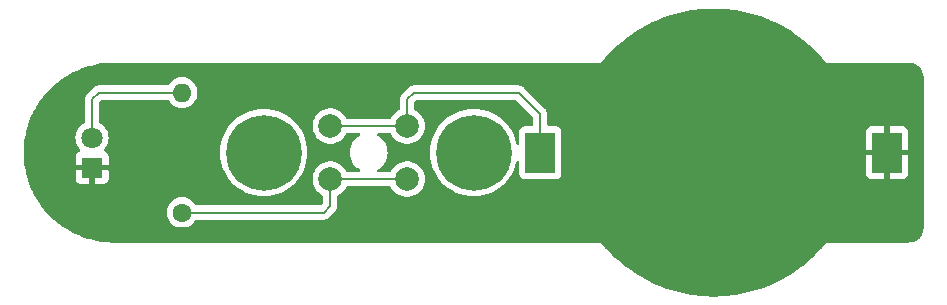
<source format=gbr>
%TF.GenerationSoftware,KiCad,Pcbnew,(7.0.0)*%
%TF.CreationDate,2023-02-26T22:34:47+01:00*%
%TF.ProjectId,Prj_1_LED_torch,50726a5f-315f-44c4-9544-5f746f726368,0.1*%
%TF.SameCoordinates,Original*%
%TF.FileFunction,Copper,L1,Top*%
%TF.FilePolarity,Positive*%
%FSLAX46Y46*%
G04 Gerber Fmt 4.6, Leading zero omitted, Abs format (unit mm)*
G04 Created by KiCad (PCBNEW (7.0.0)) date 2023-02-26 22:34:47*
%MOMM*%
%LPD*%
G01*
G04 APERTURE LIST*
%TA.AperFunction,ComponentPad*%
%ADD10C,6.400000*%
%TD*%
%TA.AperFunction,ComponentPad*%
%ADD11C,2.000000*%
%TD*%
%TA.AperFunction,SMDPad,CuDef*%
%ADD12R,2.540000X3.510000*%
%TD*%
%TA.AperFunction,ComponentPad*%
%ADD13R,1.800000X1.800000*%
%TD*%
%TA.AperFunction,ComponentPad*%
%ADD14C,1.800000*%
%TD*%
%TA.AperFunction,ComponentPad*%
%ADD15C,1.600000*%
%TD*%
%TA.AperFunction,ComponentPad*%
%ADD16O,1.600000X1.600000*%
%TD*%
%TA.AperFunction,Conductor*%
%ADD17C,0.200000*%
%TD*%
G04 APERTURE END LIST*
D10*
%TO.P,MH_1,1*%
%TO.N,N/C*%
X123190000Y-146050000D03*
%TD*%
%TO.P,MH_2,1*%
%TO.N,N/C*%
X140970000Y-146050000D03*
%TD*%
D11*
%TO.P,SW1,1,A*%
%TO.N,/bat_pos*%
X128830000Y-143800000D03*
X135330000Y-143800000D03*
%TO.P,SW1,2,B*%
%TO.N,Net-(SW1A-B)*%
X128830000Y-148300000D03*
X135330000Y-148300000D03*
%TD*%
D12*
%TO.P,BT1,1,+*%
%TO.N,/bat_pos*%
X146609999Y-146049999D03*
%TO.P,BT1,2,-*%
%TO.N,/LED_Cathode*%
X175969999Y-146049999D03*
%TD*%
D13*
%TO.P,D1,1,K*%
%TO.N,/LED_Cathode*%
X108659999Y-147319999D03*
D14*
%TO.P,D1,2,A*%
%TO.N,/LED_Anode*%
X108660000Y-144780000D03*
%TD*%
D15*
%TO.P,R1,1*%
%TO.N,Net-(SW1A-B)*%
X116280000Y-151130000D03*
D16*
%TO.P,R1,2*%
%TO.N,/LED_Anode*%
X116279999Y-140969999D03*
%TD*%
D17*
%TO.N,/LED_Anode*%
X113665000Y-140970000D02*
X116280000Y-140970000D01*
X109220000Y-140970000D02*
X113665000Y-140970000D01*
%TO.N,/LED_Cathode*%
X113030000Y-152400000D02*
X110490000Y-152400000D01*
X175260000Y-152400000D02*
X113030000Y-152400000D01*
%TO.N,/bat_pos*%
X135330000Y-143800000D02*
X135330000Y-141530000D01*
X135890000Y-140970000D02*
X144780000Y-140970000D01*
X146610000Y-142800000D02*
X146610000Y-146050000D01*
X144780000Y-140970000D02*
X146610000Y-142800000D01*
X135330000Y-141530000D02*
X135890000Y-140970000D01*
X128830000Y-143800000D02*
X135330000Y-143800000D01*
%TO.N,/LED_Cathode*%
X175970000Y-151690000D02*
X175260000Y-152400000D01*
X108660000Y-150570000D02*
X108660000Y-147320000D01*
X110490000Y-152400000D02*
X108660000Y-150570000D01*
X175970000Y-146050000D02*
X175970000Y-151690000D01*
%TO.N,/LED_Anode*%
X108660000Y-144780000D02*
X108660000Y-141530000D01*
X108660000Y-141530000D02*
X109220000Y-140970000D01*
%TO.N,Net-(SW1A-B)*%
X116280000Y-151130000D02*
X128270000Y-151130000D01*
X128830000Y-148300000D02*
X135330000Y-148300000D01*
X128270000Y-151130000D02*
X128830000Y-150570000D01*
X128830000Y-150570000D02*
X128830000Y-148300000D01*
%TD*%
%TA.AperFunction,Conductor*%
%TO.N,/LED_Cathode*%
G36*
X161455766Y-133857192D02*
G01*
X161817561Y-133867326D01*
X161821048Y-133867475D01*
X162145210Y-133886236D01*
X162148344Y-133886459D01*
X162509141Y-133916839D01*
X162512893Y-133917215D01*
X162835234Y-133954651D01*
X162838084Y-133955017D01*
X163196819Y-134005574D01*
X163200832Y-134006208D01*
X163520152Y-134062150D01*
X163522825Y-134062650D01*
X163878409Y-134133256D01*
X163882645Y-134134174D01*
X164197682Y-134208351D01*
X164200141Y-134208957D01*
X164551688Y-134299476D01*
X164556044Y-134300684D01*
X164865862Y-134392817D01*
X164867874Y-134393437D01*
X165214487Y-134503710D01*
X165218956Y-134505228D01*
X165522131Y-134614818D01*
X165524015Y-134615517D01*
X165605076Y-134646402D01*
X165864567Y-134745269D01*
X165869239Y-134747158D01*
X166164565Y-134873648D01*
X166166185Y-134874357D01*
X166499973Y-135023428D01*
X166504693Y-135025657D01*
X166790893Y-135168340D01*
X166792388Y-135169098D01*
X167118528Y-135337248D01*
X167123338Y-135339864D01*
X167399115Y-135497870D01*
X167400372Y-135498600D01*
X167718310Y-135685754D01*
X167723121Y-135688737D01*
X167987027Y-135860925D01*
X167988012Y-135861574D01*
X168297292Y-136067776D01*
X168302114Y-136071161D01*
X168551072Y-136254943D01*
X168552434Y-136255948D01*
X168553242Y-136256550D01*
X168853669Y-136482123D01*
X168858466Y-136485915D01*
X169092741Y-136680740D01*
X169093291Y-136681201D01*
X169385589Y-136927420D01*
X169390352Y-136931647D01*
X169604450Y-137131714D01*
X169604858Y-137132097D01*
X169891379Y-137402273D01*
X169896064Y-137406933D01*
X170079074Y-137598923D01*
X170079259Y-137599211D01*
X170079306Y-137599167D01*
X170369374Y-137905124D01*
X170373935Y-137910210D01*
X170456673Y-138007716D01*
X170808968Y-138423654D01*
X170814567Y-138430264D01*
X170814616Y-138430383D01*
X170814689Y-138430413D01*
X170814921Y-138430703D01*
X170815175Y-138430500D01*
X177795126Y-138430500D01*
X177804853Y-138430882D01*
X177807530Y-138431092D01*
X177856632Y-138434957D01*
X177857244Y-138435008D01*
X177997579Y-138447285D01*
X178015698Y-138450236D01*
X178094494Y-138469153D01*
X178097476Y-138469910D01*
X178202793Y-138498130D01*
X178218150Y-138503343D01*
X178246451Y-138515065D01*
X178298496Y-138536622D01*
X178303376Y-138538770D01*
X178396788Y-138582329D01*
X178409135Y-138588963D01*
X178485163Y-138635553D01*
X178491477Y-138639694D01*
X178574166Y-138697594D01*
X178583551Y-138704860D01*
X178651975Y-138763299D01*
X178659124Y-138769908D01*
X178730090Y-138840874D01*
X178736699Y-138848023D01*
X178795135Y-138916442D01*
X178802410Y-138925839D01*
X178835869Y-138973624D01*
X178860299Y-139008513D01*
X178864451Y-139014845D01*
X178911028Y-139090852D01*
X178917676Y-139103224D01*
X178932221Y-139134414D01*
X178961208Y-139196577D01*
X178963388Y-139201531D01*
X178996655Y-139281848D01*
X179001868Y-139297205D01*
X179030067Y-139402442D01*
X179030866Y-139405589D01*
X179049760Y-139484290D01*
X179052714Y-139502430D01*
X179064967Y-139642487D01*
X179065057Y-139643562D01*
X179069118Y-139695145D01*
X179069500Y-139704877D01*
X179069500Y-152395123D01*
X179069117Y-152404855D01*
X179065056Y-152456436D01*
X179064967Y-152457511D01*
X179052714Y-152597568D01*
X179049760Y-152615708D01*
X179030866Y-152694409D01*
X179030067Y-152697556D01*
X179001868Y-152802793D01*
X178996655Y-152818150D01*
X178963388Y-152898467D01*
X178961208Y-152903421D01*
X178917680Y-152996767D01*
X178911025Y-153009153D01*
X178864451Y-153085153D01*
X178860299Y-153091485D01*
X178802414Y-153174154D01*
X178795129Y-153183563D01*
X178736699Y-153251975D01*
X178730090Y-153259124D01*
X178659124Y-153330090D01*
X178651975Y-153336699D01*
X178583563Y-153395129D01*
X178574154Y-153402414D01*
X178491485Y-153460299D01*
X178485153Y-153464451D01*
X178409153Y-153511025D01*
X178396767Y-153517680D01*
X178303421Y-153561208D01*
X178298467Y-153563388D01*
X178218150Y-153596655D01*
X178202793Y-153601868D01*
X178097556Y-153630067D01*
X178094409Y-153630866D01*
X178015708Y-153649760D01*
X177997568Y-153652714D01*
X177857511Y-153664967D01*
X177856436Y-153665056D01*
X177804855Y-153669117D01*
X177795123Y-153669500D01*
X170815175Y-153669500D01*
X170814921Y-153669297D01*
X170814689Y-153669586D01*
X170814616Y-153669617D01*
X170814567Y-153669735D01*
X170809156Y-153676123D01*
X170809155Y-153676124D01*
X170456586Y-154092387D01*
X170456513Y-154092473D01*
X170373927Y-154189798D01*
X170369366Y-154194882D01*
X170079306Y-154500831D01*
X170079074Y-154501075D01*
X169896064Y-154693065D01*
X169891379Y-154697725D01*
X169604858Y-154967901D01*
X169604450Y-154968284D01*
X169390352Y-155168351D01*
X169385577Y-155172588D01*
X169093342Y-155418755D01*
X169092741Y-155419258D01*
X168858484Y-155614069D01*
X168853651Y-155617889D01*
X168553242Y-155843448D01*
X168552434Y-155844050D01*
X168302132Y-156028825D01*
X168297273Y-156032235D01*
X167988055Y-156238395D01*
X167987027Y-156239073D01*
X167723142Y-156411247D01*
X167718287Y-156414258D01*
X167400374Y-156601397D01*
X167399115Y-156602128D01*
X167123338Y-156760134D01*
X167118517Y-156762756D01*
X166792391Y-156930898D01*
X166790893Y-156931658D01*
X166504713Y-157074331D01*
X166499953Y-157076579D01*
X166166248Y-157225613D01*
X166164504Y-157226376D01*
X165869239Y-157352840D01*
X165864567Y-157354729D01*
X165524038Y-157484472D01*
X165522042Y-157485213D01*
X165219000Y-157594755D01*
X165214440Y-157596304D01*
X164867994Y-157706524D01*
X164865746Y-157707216D01*
X164556078Y-157799304D01*
X164551653Y-157800531D01*
X164200162Y-157891036D01*
X164197661Y-157891652D01*
X163882678Y-157965816D01*
X163878409Y-157966742D01*
X163522825Y-158037348D01*
X163520072Y-158037863D01*
X163200867Y-158093784D01*
X163196774Y-158094431D01*
X162838158Y-158144971D01*
X162835159Y-158145356D01*
X162512966Y-158182775D01*
X162509065Y-158183166D01*
X162148396Y-158213535D01*
X162145157Y-158213765D01*
X161821149Y-158232518D01*
X161817456Y-158232676D01*
X161455767Y-158242807D01*
X161452295Y-158242856D01*
X161127705Y-158242856D01*
X161124233Y-158242807D01*
X160762542Y-158232676D01*
X160758849Y-158232518D01*
X160434841Y-158213765D01*
X160431602Y-158213535D01*
X160070933Y-158183166D01*
X160067032Y-158182775D01*
X159744839Y-158145356D01*
X159741840Y-158144971D01*
X159383224Y-158094431D01*
X159379131Y-158093784D01*
X159059926Y-158037863D01*
X159057173Y-158037348D01*
X158701589Y-157966742D01*
X158697320Y-157965816D01*
X158382337Y-157891652D01*
X158379836Y-157891036D01*
X158028345Y-157800531D01*
X158023920Y-157799304D01*
X157714252Y-157707216D01*
X157712004Y-157706524D01*
X157365558Y-157596304D01*
X157360998Y-157594755D01*
X157057956Y-157485213D01*
X157055960Y-157484472D01*
X156715431Y-157354729D01*
X156710759Y-157352840D01*
X156415494Y-157226376D01*
X156413750Y-157225613D01*
X156080045Y-157076579D01*
X156075285Y-157074331D01*
X155789105Y-156931658D01*
X155787607Y-156930898D01*
X155461481Y-156762756D01*
X155456660Y-156760134D01*
X155180883Y-156602128D01*
X155179624Y-156601397D01*
X154861711Y-156414258D01*
X154856856Y-156411247D01*
X154592971Y-156239073D01*
X154591943Y-156238395D01*
X154282725Y-156032235D01*
X154277866Y-156028825D01*
X154027564Y-155844050D01*
X154026756Y-155843448D01*
X153726347Y-155617889D01*
X153721514Y-155614069D01*
X153487257Y-155419258D01*
X153486656Y-155418755D01*
X153194421Y-155172588D01*
X153189646Y-155168351D01*
X152975548Y-154968284D01*
X152975140Y-154967901D01*
X152688619Y-154697725D01*
X152683934Y-154693065D01*
X152500925Y-154501075D01*
X152500693Y-154500832D01*
X152210632Y-154194883D01*
X152206071Y-154189797D01*
X152123383Y-154092350D01*
X152123310Y-154092265D01*
X151770980Y-153676285D01*
X151770979Y-153676284D01*
X151765432Y-153669735D01*
X151765384Y-153669617D01*
X151765310Y-153669586D01*
X151765079Y-153669297D01*
X151764825Y-153669500D01*
X110492214Y-153669500D01*
X110487788Y-153669421D01*
X109950863Y-153650244D01*
X109942034Y-153649613D01*
X109558269Y-153608354D01*
X109557961Y-153608320D01*
X109404415Y-153591424D01*
X109395962Y-153590198D01*
X109058377Y-153529292D01*
X109057870Y-153529199D01*
X108863032Y-153493210D01*
X108854889Y-153491421D01*
X108540609Y-153411207D01*
X108539911Y-153411027D01*
X108330176Y-153356194D01*
X108322381Y-153353880D01*
X108024344Y-153254684D01*
X108023466Y-153254389D01*
X107808623Y-153181095D01*
X107801207Y-153178297D01*
X107516927Y-153060544D01*
X107515883Y-153060106D01*
X107301075Y-152968823D01*
X107294067Y-152965584D01*
X107022960Y-152829877D01*
X107021767Y-152829271D01*
X106810163Y-152720478D01*
X106803588Y-152716842D01*
X106545641Y-152563795D01*
X106544380Y-152563037D01*
X106338479Y-152437377D01*
X106332374Y-152433399D01*
X106218664Y-152354449D01*
X106087959Y-152263699D01*
X106086559Y-152262712D01*
X105905467Y-152133152D01*
X105888496Y-152121010D01*
X105882848Y-152116719D01*
X105652647Y-151931211D01*
X105651133Y-151929972D01*
X105462509Y-151772997D01*
X105457333Y-151768440D01*
X105242058Y-151568012D01*
X105240489Y-151566525D01*
X105191644Y-151519433D01*
X105062738Y-151395151D01*
X105058067Y-151390398D01*
X104858492Y-151176037D01*
X104856896Y-151174290D01*
X104817212Y-151130000D01*
X114974532Y-151130000D01*
X114975004Y-151135395D01*
X114984685Y-151246056D01*
X114994365Y-151356692D01*
X114995762Y-151361907D01*
X114995764Y-151361916D01*
X115051858Y-151571263D01*
X115051861Y-151571271D01*
X115053261Y-151576496D01*
X115149432Y-151782734D01*
X115279953Y-151969139D01*
X115440861Y-152130047D01*
X115627266Y-152260568D01*
X115833504Y-152356739D01*
X116053308Y-152415635D01*
X116280000Y-152435468D01*
X116506692Y-152415635D01*
X116726496Y-152356739D01*
X116932734Y-152260568D01*
X117119139Y-152130047D01*
X117280047Y-151969139D01*
X117410117Y-151783377D01*
X117454436Y-151744511D01*
X117511693Y-151730500D01*
X128222513Y-151730500D01*
X128238698Y-151731561D01*
X128270000Y-151735682D01*
X128426762Y-151715044D01*
X128572841Y-151654536D01*
X128572840Y-151654536D01*
X128698282Y-151558282D01*
X128717510Y-151533222D01*
X128728189Y-151521044D01*
X129221044Y-151028189D01*
X129233222Y-151017510D01*
X129258282Y-150998282D01*
X129354536Y-150872841D01*
X129415044Y-150726762D01*
X129430500Y-150609361D01*
X129435682Y-150570000D01*
X129431561Y-150538698D01*
X129430500Y-150522513D01*
X129430500Y-149755048D01*
X129447977Y-149691574D01*
X129495482Y-149645993D01*
X129653509Y-149560474D01*
X129849744Y-149407738D01*
X130018164Y-149224785D01*
X130154173Y-149016607D01*
X130172558Y-148974691D01*
X130199650Y-148935620D01*
X130239452Y-148909615D01*
X130286115Y-148900500D01*
X133873885Y-148900500D01*
X133920548Y-148909615D01*
X133960350Y-148935620D01*
X133987441Y-148974691D01*
X134003764Y-149011906D01*
X134003769Y-149011915D01*
X134005827Y-149016607D01*
X134008627Y-149020893D01*
X134008631Y-149020900D01*
X134135610Y-149215255D01*
X134141836Y-149224785D01*
X134145310Y-149228559D01*
X134145311Y-149228560D01*
X134306784Y-149403967D01*
X134306787Y-149403970D01*
X134310256Y-149407738D01*
X134506491Y-149560474D01*
X134725190Y-149678828D01*
X134960386Y-149759571D01*
X135205665Y-149800500D01*
X135449201Y-149800500D01*
X135454335Y-149800500D01*
X135699614Y-149759571D01*
X135934810Y-149678828D01*
X136153509Y-149560474D01*
X136349744Y-149407738D01*
X136518164Y-149224785D01*
X136654173Y-149016607D01*
X136754063Y-148788881D01*
X136815108Y-148547821D01*
X136835643Y-148300000D01*
X136815108Y-148052179D01*
X136754063Y-147811119D01*
X136654173Y-147583393D01*
X136649913Y-147576873D01*
X136520971Y-147379512D01*
X136518164Y-147375215D01*
X136496224Y-147351382D01*
X136353215Y-147196032D01*
X136353211Y-147196029D01*
X136349744Y-147192262D01*
X136188228Y-147066549D01*
X136157559Y-147042678D01*
X136157557Y-147042676D01*
X136153509Y-147039526D01*
X136075599Y-146997363D01*
X135939316Y-146923610D01*
X135939310Y-146923607D01*
X135934810Y-146921172D01*
X135929969Y-146919510D01*
X135929962Y-146919507D01*
X135704465Y-146842094D01*
X135704461Y-146842093D01*
X135699614Y-146840429D01*
X135690768Y-146838952D01*
X135459398Y-146800344D01*
X135459387Y-146800343D01*
X135454335Y-146799500D01*
X135205665Y-146799500D01*
X135200613Y-146800343D01*
X135200601Y-146800344D01*
X134965443Y-146839585D01*
X134965441Y-146839585D01*
X134960386Y-146840429D01*
X134955541Y-146842092D01*
X134955534Y-146842094D01*
X134730037Y-146919507D01*
X134730026Y-146919511D01*
X134725190Y-146921172D01*
X134720693Y-146923605D01*
X134720683Y-146923610D01*
X134511002Y-147037084D01*
X134510995Y-147037088D01*
X134506491Y-147039526D01*
X134502448Y-147042672D01*
X134502440Y-147042678D01*
X134324053Y-147181523D01*
X134310256Y-147192262D01*
X134306793Y-147196023D01*
X134306784Y-147196032D01*
X134145311Y-147371439D01*
X134145305Y-147371446D01*
X134141836Y-147375215D01*
X134139031Y-147379506D01*
X134139028Y-147379512D01*
X134008631Y-147579099D01*
X134008624Y-147579111D01*
X134005827Y-147583393D01*
X134003771Y-147588079D01*
X134003764Y-147588093D01*
X133987441Y-147625309D01*
X133960350Y-147664380D01*
X133920548Y-147690385D01*
X133873885Y-147699500D01*
X132891098Y-147699500D01*
X132829661Y-147683210D01*
X132784366Y-147638621D01*
X132767113Y-147577448D01*
X132782436Y-147515763D01*
X132826308Y-147469773D01*
X132933792Y-147403907D01*
X133023659Y-147348836D01*
X133215224Y-147185224D01*
X133378836Y-146993659D01*
X133510466Y-146778859D01*
X133606873Y-146546111D01*
X133665683Y-146301148D01*
X133685449Y-146050000D01*
X133665683Y-145798852D01*
X133606873Y-145553889D01*
X133510466Y-145321141D01*
X133378836Y-145106341D01*
X133359572Y-145083786D01*
X133218384Y-144918476D01*
X133215224Y-144914776D01*
X133057422Y-144780000D01*
X133027363Y-144754327D01*
X133027358Y-144754324D01*
X133023659Y-144751164D01*
X133019511Y-144748622D01*
X133019504Y-144748617D01*
X132826308Y-144630227D01*
X132782436Y-144584237D01*
X132767113Y-144522552D01*
X132784366Y-144461379D01*
X132829661Y-144416790D01*
X132891098Y-144400500D01*
X133873885Y-144400500D01*
X133920548Y-144409615D01*
X133960350Y-144435620D01*
X133987441Y-144474691D01*
X134003764Y-144511906D01*
X134003769Y-144511915D01*
X134005827Y-144516607D01*
X134008627Y-144520893D01*
X134008631Y-144520900D01*
X134080058Y-144630227D01*
X134141836Y-144724785D01*
X134145310Y-144728559D01*
X134145311Y-144728560D01*
X134306784Y-144903967D01*
X134306787Y-144903970D01*
X134310256Y-144907738D01*
X134506491Y-145060474D01*
X134725190Y-145178828D01*
X134960386Y-145259571D01*
X135205665Y-145300500D01*
X135449201Y-145300500D01*
X135454335Y-145300500D01*
X135699614Y-145259571D01*
X135934810Y-145178828D01*
X136153509Y-145060474D01*
X136349744Y-144907738D01*
X136518164Y-144724785D01*
X136654173Y-144516607D01*
X136754063Y-144288881D01*
X136815108Y-144047821D01*
X136835643Y-143800000D01*
X136815108Y-143552179D01*
X136754063Y-143311119D01*
X136654173Y-143083393D01*
X136632586Y-143050352D01*
X136520971Y-142879512D01*
X136518164Y-142875215D01*
X136349744Y-142692262D01*
X136153509Y-142539526D01*
X136126569Y-142524947D01*
X136039634Y-142477900D01*
X135995482Y-142454006D01*
X135947977Y-142408426D01*
X135930500Y-142344952D01*
X135930500Y-141830097D01*
X135939939Y-141782644D01*
X135966819Y-141742416D01*
X136102416Y-141606819D01*
X136142644Y-141579939D01*
X136190097Y-141570500D01*
X144479903Y-141570500D01*
X144527356Y-141579939D01*
X144567584Y-141606819D01*
X145973181Y-143012416D01*
X146000061Y-143052644D01*
X146009500Y-143100097D01*
X146009500Y-143670501D01*
X145992887Y-143732501D01*
X145947500Y-143777888D01*
X145885500Y-143794501D01*
X145292128Y-143794501D01*
X145288850Y-143794853D01*
X145288838Y-143794854D01*
X145240231Y-143800079D01*
X145240225Y-143800080D01*
X145232517Y-143800909D01*
X145225252Y-143803618D01*
X145225246Y-143803620D01*
X145105980Y-143848104D01*
X145105978Y-143848104D01*
X145097669Y-143851204D01*
X145090572Y-143856516D01*
X145090568Y-143856519D01*
X144989550Y-143932141D01*
X144989546Y-143932144D01*
X144982454Y-143937454D01*
X144977144Y-143944546D01*
X144977141Y-143944550D01*
X144901519Y-144045568D01*
X144901516Y-144045572D01*
X144896204Y-144052669D01*
X144893104Y-144060978D01*
X144893104Y-144060980D01*
X144848620Y-144180247D01*
X144848619Y-144180250D01*
X144845909Y-144187517D01*
X144845079Y-144195227D01*
X144845079Y-144195232D01*
X144839855Y-144243819D01*
X144839854Y-144243831D01*
X144839500Y-144247127D01*
X144839500Y-144250448D01*
X144839500Y-144250449D01*
X144839500Y-145252759D01*
X144824985Y-145310975D01*
X144784838Y-145355561D01*
X144728457Y-145376080D01*
X144669044Y-145367728D01*
X144620506Y-145332459D01*
X144594699Y-145279540D01*
X144594602Y-145279567D01*
X144494214Y-144904913D01*
X144355214Y-144542806D01*
X144179125Y-144197211D01*
X143967876Y-143871916D01*
X143723781Y-143570484D01*
X143449516Y-143296219D01*
X143148084Y-143052124D01*
X142822789Y-142840875D01*
X142819901Y-142839403D01*
X142819895Y-142839400D01*
X142480086Y-142666259D01*
X142480077Y-142666255D01*
X142477194Y-142664786D01*
X142404179Y-142636758D01*
X142118110Y-142526946D01*
X142118102Y-142526943D01*
X142115087Y-142525786D01*
X142111962Y-142524948D01*
X142111957Y-142524947D01*
X141743566Y-142426237D01*
X141743557Y-142426235D01*
X141740433Y-142425398D01*
X141737237Y-142424891D01*
X141737224Y-142424889D01*
X141360543Y-142365229D01*
X141360531Y-142365227D01*
X141357338Y-142364722D01*
X141354103Y-142364552D01*
X141354099Y-142364552D01*
X140973244Y-142344592D01*
X140970000Y-142344422D01*
X140966756Y-142344592D01*
X140585900Y-142364552D01*
X140585894Y-142364552D01*
X140582662Y-142364722D01*
X140579470Y-142365227D01*
X140579456Y-142365229D01*
X140202775Y-142424889D01*
X140202758Y-142424892D01*
X140199567Y-142425398D01*
X140196446Y-142426234D01*
X140196433Y-142426237D01*
X139828042Y-142524947D01*
X139828031Y-142524950D01*
X139824913Y-142525786D01*
X139821902Y-142526941D01*
X139821889Y-142526946D01*
X139465837Y-142663622D01*
X139465828Y-142663625D01*
X139462806Y-142664786D01*
X139459929Y-142666251D01*
X139459913Y-142666259D01*
X139120104Y-142839400D01*
X139120090Y-142839408D01*
X139117211Y-142840875D01*
X139114491Y-142842641D01*
X139114483Y-142842646D01*
X138794644Y-143050352D01*
X138794638Y-143050355D01*
X138791916Y-143052124D01*
X138789396Y-143054164D01*
X138789390Y-143054169D01*
X138493002Y-143294179D01*
X138492991Y-143294188D01*
X138490484Y-143296219D01*
X138488199Y-143298503D01*
X138488189Y-143298513D01*
X138218513Y-143568189D01*
X138218503Y-143568199D01*
X138216219Y-143570484D01*
X138214188Y-143572991D01*
X138214179Y-143573002D01*
X137974169Y-143869390D01*
X137974164Y-143869396D01*
X137972124Y-143871916D01*
X137970355Y-143874638D01*
X137970352Y-143874644D01*
X137762646Y-144194483D01*
X137762641Y-144194491D01*
X137760875Y-144197211D01*
X137759408Y-144200090D01*
X137759400Y-144200104D01*
X137586259Y-144539913D01*
X137586251Y-144539929D01*
X137584786Y-144542806D01*
X137583625Y-144545828D01*
X137583622Y-144545837D01*
X137446946Y-144901889D01*
X137446941Y-144901902D01*
X137445786Y-144904913D01*
X137444950Y-144908031D01*
X137444947Y-144908042D01*
X137346237Y-145276433D01*
X137346234Y-145276446D01*
X137345398Y-145279567D01*
X137344892Y-145282758D01*
X137344889Y-145282775D01*
X137285229Y-145659456D01*
X137285227Y-145659470D01*
X137284722Y-145662662D01*
X137284552Y-145665894D01*
X137284552Y-145665900D01*
X137269837Y-145946673D01*
X137264422Y-146050000D01*
X137264592Y-146053244D01*
X137277535Y-146300217D01*
X137284722Y-146437338D01*
X137285227Y-146440531D01*
X137285229Y-146440543D01*
X137344889Y-146817224D01*
X137344891Y-146817237D01*
X137345398Y-146820433D01*
X137346235Y-146823557D01*
X137346237Y-146823566D01*
X137444947Y-147191957D01*
X137445786Y-147195087D01*
X137446943Y-147198102D01*
X137446946Y-147198110D01*
X137551228Y-147469773D01*
X137584786Y-147557194D01*
X137586255Y-147560077D01*
X137586259Y-147560086D01*
X137759400Y-147899895D01*
X137760875Y-147902789D01*
X137972124Y-148228084D01*
X138216219Y-148529516D01*
X138490484Y-148803781D01*
X138791916Y-149047876D01*
X139117211Y-149259125D01*
X139462806Y-149435214D01*
X139824913Y-149574214D01*
X140199567Y-149674602D01*
X140582662Y-149735278D01*
X140970000Y-149755578D01*
X141357338Y-149735278D01*
X141740433Y-149674602D01*
X142115087Y-149574214D01*
X142477194Y-149435214D01*
X142822789Y-149259125D01*
X143148084Y-149047876D01*
X143449516Y-148803781D01*
X143723781Y-148529516D01*
X143967876Y-148228084D01*
X144179125Y-147902789D01*
X144355214Y-147557194D01*
X144494214Y-147195087D01*
X144594602Y-146820433D01*
X144594701Y-146820459D01*
X144620498Y-146767547D01*
X144669035Y-146732273D01*
X144728450Y-146723916D01*
X144784834Y-146744433D01*
X144824984Y-146789020D01*
X144839500Y-146847238D01*
X144839500Y-147849560D01*
X144839500Y-147849578D01*
X144839501Y-147852872D01*
X144839853Y-147856150D01*
X144839854Y-147856161D01*
X144845079Y-147904768D01*
X144845080Y-147904773D01*
X144845909Y-147912483D01*
X144848619Y-147919749D01*
X144848620Y-147919753D01*
X144854606Y-147935801D01*
X144896204Y-148047331D01*
X144901518Y-148054430D01*
X144901519Y-148054431D01*
X144930419Y-148093037D01*
X144982454Y-148162546D01*
X145097669Y-148248796D01*
X145232517Y-148299091D01*
X145292127Y-148305500D01*
X147927872Y-148305499D01*
X147987483Y-148299091D01*
X148122331Y-148248796D01*
X148237546Y-148162546D01*
X148323796Y-148047331D01*
X148374091Y-147912483D01*
X148380500Y-147852873D01*
X148380500Y-147849518D01*
X174200000Y-147849518D01*
X174200353Y-147856114D01*
X174205573Y-147904667D01*
X174209111Y-147919641D01*
X174253547Y-148038777D01*
X174261962Y-148054189D01*
X174337498Y-148155092D01*
X174349907Y-148167501D01*
X174450810Y-148243037D01*
X174466222Y-148251452D01*
X174585358Y-148295888D01*
X174600332Y-148299426D01*
X174648885Y-148304646D01*
X174655482Y-148305000D01*
X175703674Y-148305000D01*
X175716549Y-148301549D01*
X175720000Y-148288674D01*
X176220000Y-148288674D01*
X176223450Y-148301549D01*
X176236326Y-148305000D01*
X177284518Y-148305000D01*
X177291114Y-148304646D01*
X177339667Y-148299426D01*
X177354641Y-148295888D01*
X177473777Y-148251452D01*
X177489189Y-148243037D01*
X177590092Y-148167501D01*
X177602501Y-148155092D01*
X177678037Y-148054189D01*
X177686452Y-148038777D01*
X177730888Y-147919641D01*
X177734426Y-147904667D01*
X177739646Y-147856114D01*
X177740000Y-147849518D01*
X177740000Y-146316326D01*
X177736549Y-146303450D01*
X177723674Y-146300000D01*
X176236326Y-146300000D01*
X176223450Y-146303450D01*
X176220000Y-146316326D01*
X176220000Y-148288674D01*
X175720000Y-148288674D01*
X175720000Y-146316326D01*
X175716549Y-146303450D01*
X175703674Y-146300000D01*
X174216326Y-146300000D01*
X174203450Y-146303450D01*
X174200000Y-146316326D01*
X174200000Y-147849518D01*
X148380500Y-147849518D01*
X148380499Y-145783674D01*
X174200000Y-145783674D01*
X174203450Y-145796549D01*
X174216326Y-145800000D01*
X175703674Y-145800000D01*
X175716549Y-145796549D01*
X175720000Y-145783674D01*
X176220000Y-145783674D01*
X176223450Y-145796549D01*
X176236326Y-145800000D01*
X177723674Y-145800000D01*
X177736549Y-145796549D01*
X177740000Y-145783674D01*
X177740000Y-144250482D01*
X177739646Y-144243885D01*
X177734426Y-144195332D01*
X177730888Y-144180358D01*
X177686452Y-144061222D01*
X177678037Y-144045810D01*
X177602501Y-143944907D01*
X177590092Y-143932498D01*
X177489189Y-143856962D01*
X177473777Y-143848547D01*
X177354641Y-143804111D01*
X177339667Y-143800573D01*
X177291114Y-143795353D01*
X177284518Y-143795000D01*
X176236326Y-143795000D01*
X176223450Y-143798450D01*
X176220000Y-143811326D01*
X176220000Y-145783674D01*
X175720000Y-145783674D01*
X175720000Y-143811326D01*
X175716549Y-143798450D01*
X175703674Y-143795000D01*
X174655482Y-143795000D01*
X174648885Y-143795353D01*
X174600332Y-143800573D01*
X174585358Y-143804111D01*
X174466222Y-143848547D01*
X174450810Y-143856962D01*
X174349907Y-143932498D01*
X174337498Y-143944907D01*
X174261962Y-144045810D01*
X174253547Y-144061222D01*
X174209111Y-144180358D01*
X174205573Y-144195332D01*
X174200353Y-144243885D01*
X174200000Y-144250482D01*
X174200000Y-145783674D01*
X148380499Y-145783674D01*
X148380499Y-144247128D01*
X148374091Y-144187517D01*
X148323796Y-144052669D01*
X148237546Y-143937454D01*
X148215745Y-143921134D01*
X148129431Y-143856519D01*
X148129430Y-143856518D01*
X148122331Y-143851204D01*
X148051965Y-143824959D01*
X147994752Y-143803620D01*
X147994750Y-143803619D01*
X147987483Y-143800909D01*
X147979770Y-143800079D01*
X147979767Y-143800079D01*
X147931180Y-143794855D01*
X147931169Y-143794854D01*
X147927873Y-143794500D01*
X147924551Y-143794500D01*
X147334500Y-143794500D01*
X147272500Y-143777887D01*
X147227113Y-143732500D01*
X147210500Y-143670500D01*
X147210500Y-142847487D01*
X147211561Y-142831302D01*
X147214621Y-142808059D01*
X147215682Y-142800000D01*
X147195044Y-142643238D01*
X147134536Y-142497159D01*
X147062450Y-142403215D01*
X147038282Y-142371718D01*
X147013222Y-142352489D01*
X147001034Y-142341799D01*
X145238199Y-140578964D01*
X145227504Y-140566769D01*
X145213228Y-140548164D01*
X145208282Y-140541718D01*
X145191363Y-140528736D01*
X145145561Y-140493590D01*
X145082841Y-140445464D01*
X145075333Y-140442354D01*
X144944271Y-140388066D01*
X144944268Y-140388065D01*
X144936762Y-140384956D01*
X144928708Y-140383895D01*
X144928702Y-140383894D01*
X144819361Y-140369500D01*
X144788059Y-140365379D01*
X144780000Y-140364318D01*
X144771941Y-140365379D01*
X144748698Y-140368439D01*
X144732513Y-140369500D01*
X135937487Y-140369500D01*
X135921302Y-140368439D01*
X135898059Y-140365379D01*
X135890000Y-140364318D01*
X135881941Y-140365379D01*
X135850639Y-140369500D01*
X135741297Y-140383894D01*
X135741289Y-140383896D01*
X135733238Y-140384956D01*
X135725733Y-140388064D01*
X135725728Y-140388066D01*
X135594666Y-140442354D01*
X135594662Y-140442355D01*
X135587159Y-140445464D01*
X135580714Y-140450408D01*
X135580711Y-140450411D01*
X135468163Y-140536772D01*
X135468160Y-140536774D01*
X135461718Y-140541718D01*
X135456773Y-140548161D01*
X135456770Y-140548165D01*
X135442490Y-140566774D01*
X135431798Y-140578965D01*
X134938965Y-141071798D01*
X134926774Y-141082490D01*
X134908165Y-141096770D01*
X134908161Y-141096773D01*
X134901718Y-141101718D01*
X134896774Y-141108160D01*
X134896772Y-141108163D01*
X134877550Y-141133215D01*
X134810411Y-141220711D01*
X134810408Y-141220714D01*
X134805464Y-141227159D01*
X134802355Y-141234663D01*
X134802353Y-141234668D01*
X134748066Y-141365728D01*
X134748064Y-141365733D01*
X134744956Y-141373238D01*
X134743896Y-141381289D01*
X134743894Y-141381297D01*
X134730400Y-141483804D01*
X134724318Y-141530000D01*
X134725379Y-141538059D01*
X134728439Y-141561302D01*
X134729500Y-141577487D01*
X134729500Y-142344952D01*
X134712023Y-142408426D01*
X134664517Y-142454006D01*
X134620366Y-142477900D01*
X134511002Y-142537084D01*
X134510995Y-142537088D01*
X134506491Y-142539526D01*
X134502448Y-142542672D01*
X134502440Y-142542678D01*
X134314304Y-142689111D01*
X134310256Y-142692262D01*
X134306793Y-142696023D01*
X134306784Y-142696032D01*
X134145311Y-142871439D01*
X134145305Y-142871446D01*
X134141836Y-142875215D01*
X134139031Y-142879506D01*
X134139028Y-142879512D01*
X134008631Y-143079099D01*
X134008624Y-143079111D01*
X134005827Y-143083393D01*
X134003771Y-143088079D01*
X134003764Y-143088093D01*
X133987441Y-143125309D01*
X133960350Y-143164380D01*
X133920548Y-143190385D01*
X133873885Y-143199500D01*
X130286115Y-143199500D01*
X130239452Y-143190385D01*
X130199650Y-143164380D01*
X130172559Y-143125309D01*
X130156235Y-143088093D01*
X130156232Y-143088089D01*
X130154173Y-143083393D01*
X130132586Y-143050352D01*
X130020971Y-142879512D01*
X130018164Y-142875215D01*
X129849744Y-142692262D01*
X129653509Y-142539526D01*
X129648997Y-142537084D01*
X129439316Y-142423610D01*
X129439310Y-142423607D01*
X129434810Y-142421172D01*
X129429969Y-142419510D01*
X129429962Y-142419507D01*
X129204465Y-142342094D01*
X129204461Y-142342093D01*
X129199614Y-142340429D01*
X129190768Y-142338952D01*
X128959398Y-142300344D01*
X128959387Y-142300343D01*
X128954335Y-142299500D01*
X128705665Y-142299500D01*
X128700613Y-142300343D01*
X128700601Y-142300344D01*
X128465443Y-142339585D01*
X128465441Y-142339585D01*
X128460386Y-142340429D01*
X128455541Y-142342092D01*
X128455534Y-142342094D01*
X128230037Y-142419507D01*
X128230026Y-142419511D01*
X128225190Y-142421172D01*
X128220693Y-142423605D01*
X128220683Y-142423610D01*
X128011002Y-142537084D01*
X128010995Y-142537088D01*
X128006491Y-142539526D01*
X128002448Y-142542672D01*
X128002440Y-142542678D01*
X127814304Y-142689111D01*
X127810256Y-142692262D01*
X127806793Y-142696023D01*
X127806784Y-142696032D01*
X127645311Y-142871439D01*
X127645305Y-142871446D01*
X127641836Y-142875215D01*
X127639031Y-142879506D01*
X127639028Y-142879512D01*
X127508631Y-143079099D01*
X127508624Y-143079111D01*
X127505827Y-143083393D01*
X127503772Y-143088077D01*
X127503766Y-143088089D01*
X127407997Y-143306422D01*
X127405937Y-143311119D01*
X127404679Y-143316084D01*
X127404678Y-143316089D01*
X127346151Y-143547204D01*
X127346149Y-143547213D01*
X127344892Y-143552179D01*
X127344468Y-143557288D01*
X127344467Y-143557298D01*
X127326189Y-143777887D01*
X127324357Y-143800000D01*
X127324781Y-143805117D01*
X127344467Y-144042701D01*
X127344468Y-144042709D01*
X127344892Y-144047821D01*
X127346149Y-144052788D01*
X127346151Y-144052795D01*
X127396213Y-144250482D01*
X127405937Y-144288881D01*
X127407997Y-144293577D01*
X127503766Y-144511910D01*
X127503769Y-144511916D01*
X127505827Y-144516607D01*
X127508627Y-144520893D01*
X127508631Y-144520900D01*
X127580058Y-144630227D01*
X127641836Y-144724785D01*
X127645310Y-144728559D01*
X127645311Y-144728560D01*
X127806784Y-144903967D01*
X127806787Y-144903970D01*
X127810256Y-144907738D01*
X128006491Y-145060474D01*
X128225190Y-145178828D01*
X128460386Y-145259571D01*
X128705665Y-145300500D01*
X128949201Y-145300500D01*
X128954335Y-145300500D01*
X129199614Y-145259571D01*
X129434810Y-145178828D01*
X129653509Y-145060474D01*
X129849744Y-144907738D01*
X130018164Y-144724785D01*
X130154173Y-144516607D01*
X130172558Y-144474691D01*
X130199650Y-144435620D01*
X130239452Y-144409615D01*
X130286115Y-144400500D01*
X131268902Y-144400500D01*
X131330339Y-144416790D01*
X131375634Y-144461379D01*
X131392887Y-144522552D01*
X131377564Y-144584237D01*
X131333692Y-144630227D01*
X131140495Y-144748617D01*
X131140482Y-144748626D01*
X131136341Y-144751164D01*
X131132646Y-144754319D01*
X131132636Y-144754327D01*
X130948476Y-144911615D01*
X130948469Y-144911621D01*
X130944776Y-144914776D01*
X130941621Y-144918469D01*
X130941615Y-144918476D01*
X130784327Y-145102636D01*
X130784319Y-145102646D01*
X130781164Y-145106341D01*
X130778626Y-145110482D01*
X130778617Y-145110495D01*
X130652082Y-145316982D01*
X130652078Y-145316988D01*
X130649534Y-145321141D01*
X130647670Y-145325640D01*
X130647668Y-145325645D01*
X130554991Y-145549388D01*
X130553127Y-145553889D01*
X130551992Y-145558613D01*
X130551989Y-145558625D01*
X130495453Y-145794118D01*
X130495451Y-145794124D01*
X130494317Y-145798852D01*
X130474551Y-146050000D01*
X130494317Y-146301148D01*
X130495452Y-146305877D01*
X130495453Y-146305881D01*
X130551989Y-146541374D01*
X130551991Y-146541382D01*
X130553127Y-146546111D01*
X130649534Y-146778859D01*
X130652081Y-146783016D01*
X130652082Y-146783017D01*
X130778617Y-146989504D01*
X130778622Y-146989511D01*
X130781164Y-146993659D01*
X130784324Y-146997358D01*
X130784327Y-146997363D01*
X130843418Y-147066549D01*
X130944776Y-147185224D01*
X130956324Y-147195087D01*
X131130705Y-147344023D01*
X131136341Y-147348836D01*
X131140491Y-147351379D01*
X131140495Y-147351382D01*
X131333692Y-147469773D01*
X131377564Y-147515763D01*
X131392887Y-147577448D01*
X131375634Y-147638621D01*
X131330339Y-147683210D01*
X131268902Y-147699500D01*
X130286115Y-147699500D01*
X130239452Y-147690385D01*
X130199650Y-147664380D01*
X130172559Y-147625309D01*
X130156235Y-147588093D01*
X130156232Y-147588089D01*
X130154173Y-147583393D01*
X130149913Y-147576873D01*
X130020971Y-147379512D01*
X130018164Y-147375215D01*
X129996224Y-147351382D01*
X129853215Y-147196032D01*
X129853211Y-147196029D01*
X129849744Y-147192262D01*
X129688228Y-147066549D01*
X129657559Y-147042678D01*
X129657557Y-147042676D01*
X129653509Y-147039526D01*
X129575599Y-146997363D01*
X129439316Y-146923610D01*
X129439310Y-146923607D01*
X129434810Y-146921172D01*
X129429969Y-146919510D01*
X129429962Y-146919507D01*
X129204465Y-146842094D01*
X129204461Y-146842093D01*
X129199614Y-146840429D01*
X129190768Y-146838952D01*
X128959398Y-146800344D01*
X128959387Y-146800343D01*
X128954335Y-146799500D01*
X128705665Y-146799500D01*
X128700613Y-146800343D01*
X128700601Y-146800344D01*
X128465443Y-146839585D01*
X128465441Y-146839585D01*
X128460386Y-146840429D01*
X128455541Y-146842092D01*
X128455534Y-146842094D01*
X128230037Y-146919507D01*
X128230026Y-146919511D01*
X128225190Y-146921172D01*
X128220693Y-146923605D01*
X128220683Y-146923610D01*
X128011002Y-147037084D01*
X128010995Y-147037088D01*
X128006491Y-147039526D01*
X128002448Y-147042672D01*
X128002440Y-147042678D01*
X127824053Y-147181523D01*
X127810256Y-147192262D01*
X127806793Y-147196023D01*
X127806784Y-147196032D01*
X127645311Y-147371439D01*
X127645305Y-147371446D01*
X127641836Y-147375215D01*
X127639031Y-147379506D01*
X127639028Y-147379512D01*
X127508631Y-147579099D01*
X127508624Y-147579111D01*
X127505827Y-147583393D01*
X127503772Y-147588077D01*
X127503766Y-147588089D01*
X127407997Y-147806422D01*
X127405937Y-147811119D01*
X127404679Y-147816084D01*
X127404678Y-147816089D01*
X127346151Y-148047204D01*
X127346149Y-148047213D01*
X127344892Y-148052179D01*
X127344468Y-148057288D01*
X127344467Y-148057298D01*
X127325295Y-148288674D01*
X127324357Y-148300000D01*
X127324781Y-148305117D01*
X127344467Y-148542701D01*
X127344468Y-148542709D01*
X127344892Y-148547821D01*
X127346149Y-148552788D01*
X127346151Y-148552795D01*
X127386186Y-148710888D01*
X127405937Y-148788881D01*
X127407997Y-148793577D01*
X127503766Y-149011910D01*
X127503769Y-149011916D01*
X127505827Y-149016607D01*
X127508627Y-149020893D01*
X127508631Y-149020900D01*
X127635610Y-149215255D01*
X127641836Y-149224785D01*
X127645310Y-149228559D01*
X127645311Y-149228560D01*
X127806784Y-149403967D01*
X127806787Y-149403970D01*
X127810256Y-149407738D01*
X128006491Y-149560474D01*
X128164517Y-149645993D01*
X128212023Y-149691574D01*
X128229500Y-149755048D01*
X128229500Y-150269903D01*
X128220061Y-150317356D01*
X128193181Y-150357584D01*
X128057584Y-150493181D01*
X128017356Y-150520061D01*
X127969903Y-150529500D01*
X117511693Y-150529500D01*
X117454436Y-150515489D01*
X117410118Y-150476623D01*
X117355707Y-150398915D01*
X117280047Y-150290861D01*
X117119139Y-150129953D01*
X116932734Y-149999432D01*
X116726496Y-149903261D01*
X116721271Y-149901861D01*
X116721263Y-149901858D01*
X116511916Y-149845764D01*
X116511907Y-149845762D01*
X116506692Y-149844365D01*
X116501304Y-149843893D01*
X116501301Y-149843893D01*
X116285395Y-149825004D01*
X116280000Y-149824532D01*
X116274605Y-149825004D01*
X116058698Y-149843893D01*
X116058693Y-149843893D01*
X116053308Y-149844365D01*
X116048094Y-149845762D01*
X116048083Y-149845764D01*
X115838736Y-149901858D01*
X115838724Y-149901862D01*
X115833504Y-149903261D01*
X115828599Y-149905547D01*
X115828594Y-149905550D01*
X115632176Y-149997142D01*
X115632172Y-149997144D01*
X115627266Y-149999432D01*
X115622833Y-150002535D01*
X115622826Y-150002540D01*
X115445296Y-150126847D01*
X115445291Y-150126850D01*
X115440861Y-150129953D01*
X115437037Y-150133776D01*
X115437031Y-150133782D01*
X115283782Y-150287031D01*
X115283776Y-150287037D01*
X115279953Y-150290861D01*
X115276850Y-150295291D01*
X115276847Y-150295296D01*
X115152540Y-150472826D01*
X115152535Y-150472833D01*
X115149432Y-150477266D01*
X115147144Y-150482172D01*
X115147142Y-150482176D01*
X115055550Y-150678594D01*
X115055547Y-150678599D01*
X115053261Y-150683504D01*
X115051862Y-150688724D01*
X115051858Y-150688736D01*
X114995764Y-150898083D01*
X114995762Y-150898094D01*
X114994365Y-150903308D01*
X114993893Y-150908693D01*
X114993893Y-150908698D01*
X114982431Y-151039711D01*
X114974532Y-151130000D01*
X104817212Y-151130000D01*
X104691307Y-150989483D01*
X104687107Y-150984541D01*
X104625989Y-150908698D01*
X104503950Y-150757257D01*
X104502382Y-150755270D01*
X104350132Y-150558099D01*
X104346422Y-150553034D01*
X104210718Y-150357584D01*
X104180380Y-150313888D01*
X104178832Y-150311605D01*
X104162574Y-150287031D01*
X104040975Y-150103233D01*
X104037756Y-150098099D01*
X103889503Y-149848232D01*
X103888060Y-149845731D01*
X103765450Y-149627263D01*
X103762710Y-149622098D01*
X103632929Y-149362828D01*
X103631538Y-149359957D01*
X103524999Y-149132690D01*
X103522728Y-149127545D01*
X103411897Y-148859974D01*
X103410686Y-148856934D01*
X103320849Y-148622046D01*
X103319052Y-148617019D01*
X103227694Y-148342532D01*
X103226621Y-148339143D01*
X103204169Y-148264518D01*
X107260000Y-148264518D01*
X107260353Y-148271114D01*
X107265573Y-148319667D01*
X107269111Y-148334641D01*
X107313547Y-148453777D01*
X107321962Y-148469189D01*
X107397498Y-148570092D01*
X107409907Y-148582501D01*
X107510810Y-148658037D01*
X107526222Y-148666452D01*
X107645358Y-148710888D01*
X107660332Y-148714426D01*
X107708885Y-148719646D01*
X107715482Y-148720000D01*
X108393674Y-148720000D01*
X108406549Y-148716549D01*
X108410000Y-148703674D01*
X108910000Y-148703674D01*
X108913450Y-148716549D01*
X108926326Y-148720000D01*
X109604518Y-148720000D01*
X109611114Y-148719646D01*
X109659667Y-148714426D01*
X109674641Y-148710888D01*
X109793777Y-148666452D01*
X109809189Y-148658037D01*
X109910092Y-148582501D01*
X109922501Y-148570092D01*
X109998037Y-148469189D01*
X110006452Y-148453777D01*
X110050888Y-148334641D01*
X110054426Y-148319667D01*
X110059646Y-148271114D01*
X110060000Y-148264518D01*
X110060000Y-147586326D01*
X110056549Y-147573450D01*
X110043674Y-147570000D01*
X108926326Y-147570000D01*
X108913450Y-147573450D01*
X108910000Y-147586326D01*
X108910000Y-148703674D01*
X108410000Y-148703674D01*
X108410000Y-147586326D01*
X108406549Y-147573450D01*
X108393674Y-147570000D01*
X107276326Y-147570000D01*
X107263450Y-147573450D01*
X107260000Y-147586326D01*
X107260000Y-148264518D01*
X103204169Y-148264518D01*
X103154081Y-148098031D01*
X103152711Y-148093103D01*
X103081238Y-147813075D01*
X103080370Y-147809443D01*
X103025570Y-147563437D01*
X103024592Y-147558584D01*
X102973308Y-147274333D01*
X102972685Y-147270529D01*
X102935957Y-147020969D01*
X102935357Y-147016257D01*
X102904498Y-146729225D01*
X102904124Y-146725079D01*
X102885708Y-146473456D01*
X102885463Y-146468966D01*
X102875163Y-146180558D01*
X102875084Y-146176133D01*
X102875084Y-145923867D01*
X102875163Y-145919442D01*
X102878932Y-145813913D01*
X102885463Y-145631027D01*
X102885707Y-145626548D01*
X102904125Y-145374910D01*
X102904497Y-145370784D01*
X102935359Y-145083729D01*
X102935955Y-145079043D01*
X102972688Y-144829450D01*
X102973304Y-144825686D01*
X102981547Y-144780000D01*
X107254700Y-144780000D01*
X107255124Y-144785117D01*
X107273441Y-145006186D01*
X107273442Y-145006195D01*
X107273866Y-145011305D01*
X107275123Y-145016272D01*
X107275125Y-145016279D01*
X107315671Y-145176389D01*
X107330843Y-145236300D01*
X107332903Y-145240996D01*
X107422016Y-145444154D01*
X107422019Y-145444159D01*
X107424076Y-145448849D01*
X107461696Y-145506431D01*
X107548219Y-145638865D01*
X107548222Y-145638869D01*
X107551021Y-145643153D01*
X107554486Y-145646917D01*
X107554490Y-145646922D01*
X107646167Y-145746509D01*
X107674940Y-145799262D01*
X107675533Y-145859348D01*
X107647806Y-145912658D01*
X107598271Y-145946673D01*
X107526226Y-145973544D01*
X107510810Y-145981962D01*
X107409907Y-146057498D01*
X107397498Y-146069907D01*
X107321962Y-146170810D01*
X107313547Y-146186222D01*
X107269111Y-146305358D01*
X107265573Y-146320332D01*
X107260353Y-146368885D01*
X107260000Y-146375482D01*
X107260000Y-147053674D01*
X107263450Y-147066549D01*
X107276326Y-147070000D01*
X110043674Y-147070000D01*
X110056549Y-147066549D01*
X110060000Y-147053674D01*
X110060000Y-146375482D01*
X110059646Y-146368885D01*
X110054426Y-146320332D01*
X110050888Y-146305358D01*
X110006452Y-146186222D01*
X109998037Y-146170810D01*
X109922501Y-146069907D01*
X109910092Y-146057498D01*
X109900076Y-146050000D01*
X119484422Y-146050000D01*
X119484592Y-146053244D01*
X119497535Y-146300217D01*
X119504722Y-146437338D01*
X119505227Y-146440531D01*
X119505229Y-146440543D01*
X119564889Y-146817224D01*
X119564891Y-146817237D01*
X119565398Y-146820433D01*
X119566235Y-146823557D01*
X119566237Y-146823566D01*
X119664947Y-147191957D01*
X119665786Y-147195087D01*
X119666943Y-147198102D01*
X119666946Y-147198110D01*
X119771228Y-147469773D01*
X119804786Y-147557194D01*
X119806255Y-147560077D01*
X119806259Y-147560086D01*
X119979400Y-147899895D01*
X119980875Y-147902789D01*
X120192124Y-148228084D01*
X120436219Y-148529516D01*
X120710484Y-148803781D01*
X121011916Y-149047876D01*
X121337211Y-149259125D01*
X121682806Y-149435214D01*
X122044913Y-149574214D01*
X122419567Y-149674602D01*
X122802662Y-149735278D01*
X123190000Y-149755578D01*
X123577338Y-149735278D01*
X123960433Y-149674602D01*
X124335087Y-149574214D01*
X124697194Y-149435214D01*
X125042789Y-149259125D01*
X125368084Y-149047876D01*
X125669516Y-148803781D01*
X125943781Y-148529516D01*
X126187876Y-148228084D01*
X126399125Y-147902789D01*
X126575214Y-147557194D01*
X126714214Y-147195087D01*
X126814602Y-146820433D01*
X126875278Y-146437338D01*
X126895578Y-146050000D01*
X126875278Y-145662662D01*
X126814602Y-145279567D01*
X126714214Y-144904913D01*
X126575214Y-144542806D01*
X126399125Y-144197211D01*
X126187876Y-143871916D01*
X125943781Y-143570484D01*
X125669516Y-143296219D01*
X125368084Y-143052124D01*
X125042789Y-142840875D01*
X125039901Y-142839403D01*
X125039895Y-142839400D01*
X124700086Y-142666259D01*
X124700077Y-142666255D01*
X124697194Y-142664786D01*
X124624179Y-142636758D01*
X124338110Y-142526946D01*
X124338102Y-142526943D01*
X124335087Y-142525786D01*
X124331962Y-142524948D01*
X124331957Y-142524947D01*
X123963566Y-142426237D01*
X123963557Y-142426235D01*
X123960433Y-142425398D01*
X123957237Y-142424891D01*
X123957224Y-142424889D01*
X123580543Y-142365229D01*
X123580531Y-142365227D01*
X123577338Y-142364722D01*
X123574103Y-142364552D01*
X123574099Y-142364552D01*
X123193244Y-142344592D01*
X123190000Y-142344422D01*
X123186756Y-142344592D01*
X122805900Y-142364552D01*
X122805894Y-142364552D01*
X122802662Y-142364722D01*
X122799470Y-142365227D01*
X122799456Y-142365229D01*
X122422775Y-142424889D01*
X122422758Y-142424892D01*
X122419567Y-142425398D01*
X122416446Y-142426234D01*
X122416433Y-142426237D01*
X122048042Y-142524947D01*
X122048031Y-142524950D01*
X122044913Y-142525786D01*
X122041902Y-142526941D01*
X122041889Y-142526946D01*
X121685837Y-142663622D01*
X121685828Y-142663625D01*
X121682806Y-142664786D01*
X121679929Y-142666251D01*
X121679913Y-142666259D01*
X121340104Y-142839400D01*
X121340090Y-142839408D01*
X121337211Y-142840875D01*
X121334491Y-142842641D01*
X121334483Y-142842646D01*
X121014644Y-143050352D01*
X121014638Y-143050355D01*
X121011916Y-143052124D01*
X121009396Y-143054164D01*
X121009390Y-143054169D01*
X120713002Y-143294179D01*
X120712991Y-143294188D01*
X120710484Y-143296219D01*
X120708199Y-143298503D01*
X120708189Y-143298513D01*
X120438513Y-143568189D01*
X120438503Y-143568199D01*
X120436219Y-143570484D01*
X120434188Y-143572991D01*
X120434179Y-143573002D01*
X120194169Y-143869390D01*
X120194164Y-143869396D01*
X120192124Y-143871916D01*
X120190355Y-143874638D01*
X120190352Y-143874644D01*
X119982646Y-144194483D01*
X119982641Y-144194491D01*
X119980875Y-144197211D01*
X119979408Y-144200090D01*
X119979400Y-144200104D01*
X119806259Y-144539913D01*
X119806251Y-144539929D01*
X119804786Y-144542806D01*
X119803625Y-144545828D01*
X119803622Y-144545837D01*
X119666946Y-144901889D01*
X119666941Y-144901902D01*
X119665786Y-144904913D01*
X119664950Y-144908031D01*
X119664947Y-144908042D01*
X119566237Y-145276433D01*
X119566234Y-145276446D01*
X119565398Y-145279567D01*
X119564892Y-145282758D01*
X119564889Y-145282775D01*
X119505229Y-145659456D01*
X119505227Y-145659470D01*
X119504722Y-145662662D01*
X119504552Y-145665894D01*
X119504552Y-145665900D01*
X119489837Y-145946673D01*
X119484422Y-146050000D01*
X109900076Y-146050000D01*
X109809189Y-145981962D01*
X109793779Y-145973548D01*
X109721728Y-145946674D01*
X109672193Y-145912658D01*
X109644466Y-145859348D01*
X109645059Y-145799261D01*
X109673833Y-145746509D01*
X109765503Y-145646929D01*
X109765503Y-145646928D01*
X109768979Y-145643153D01*
X109895924Y-145448849D01*
X109989157Y-145236300D01*
X110046134Y-145011305D01*
X110065300Y-144780000D01*
X110046134Y-144548695D01*
X109989157Y-144323700D01*
X109895924Y-144111151D01*
X109791439Y-143951224D01*
X109771780Y-143921134D01*
X109771778Y-143921132D01*
X109768979Y-143916847D01*
X109611784Y-143746087D01*
X109594329Y-143732501D01*
X109432674Y-143606680D01*
X109432668Y-143606676D01*
X109428626Y-143603530D01*
X109325482Y-143547711D01*
X109277977Y-143502131D01*
X109260500Y-143438657D01*
X109260500Y-141830097D01*
X109269939Y-141782644D01*
X109296819Y-141742416D01*
X109432416Y-141606819D01*
X109472644Y-141579939D01*
X109520097Y-141570500D01*
X113625639Y-141570500D01*
X113704361Y-141570500D01*
X115048307Y-141570500D01*
X115105564Y-141584511D01*
X115149882Y-141623377D01*
X115279953Y-141809139D01*
X115440861Y-141970047D01*
X115627266Y-142100568D01*
X115833504Y-142196739D01*
X115838734Y-142198140D01*
X115838736Y-142198141D01*
X116047934Y-142254195D01*
X116053308Y-142255635D01*
X116280000Y-142275468D01*
X116506692Y-142255635D01*
X116726496Y-142196739D01*
X116932734Y-142100568D01*
X117119139Y-141970047D01*
X117280047Y-141809139D01*
X117410568Y-141622734D01*
X117506739Y-141416496D01*
X117565635Y-141196692D01*
X117585468Y-140970000D01*
X117565635Y-140743308D01*
X117506739Y-140523504D01*
X117410568Y-140317266D01*
X117280047Y-140130861D01*
X117119139Y-139969953D01*
X116932734Y-139839432D01*
X116726496Y-139743261D01*
X116721271Y-139741861D01*
X116721263Y-139741858D01*
X116511916Y-139685764D01*
X116511907Y-139685762D01*
X116506692Y-139684365D01*
X116501304Y-139683893D01*
X116501301Y-139683893D01*
X116285395Y-139665004D01*
X116280000Y-139664532D01*
X116274605Y-139665004D01*
X116058698Y-139683893D01*
X116058693Y-139683893D01*
X116053308Y-139684365D01*
X116048094Y-139685762D01*
X116048083Y-139685764D01*
X115838736Y-139741858D01*
X115838724Y-139741862D01*
X115833504Y-139743261D01*
X115828599Y-139745547D01*
X115828594Y-139745550D01*
X115632176Y-139837142D01*
X115632172Y-139837144D01*
X115627266Y-139839432D01*
X115622833Y-139842535D01*
X115622826Y-139842540D01*
X115445296Y-139966847D01*
X115445291Y-139966850D01*
X115440861Y-139969953D01*
X115437037Y-139973776D01*
X115437031Y-139973782D01*
X115283782Y-140127031D01*
X115283776Y-140127037D01*
X115279953Y-140130861D01*
X115276850Y-140135291D01*
X115276847Y-140135296D01*
X115149882Y-140316623D01*
X115105564Y-140355489D01*
X115048307Y-140369500D01*
X113704361Y-140369500D01*
X109267487Y-140369500D01*
X109251302Y-140368439D01*
X109228059Y-140365379D01*
X109220000Y-140364318D01*
X109211941Y-140365379D01*
X109180639Y-140369500D01*
X109071297Y-140383894D01*
X109071289Y-140383896D01*
X109063238Y-140384956D01*
X109055733Y-140388064D01*
X109055728Y-140388066D01*
X108924666Y-140442354D01*
X108924662Y-140442355D01*
X108917159Y-140445464D01*
X108910714Y-140450408D01*
X108910711Y-140450411D01*
X108798163Y-140536772D01*
X108798160Y-140536774D01*
X108791718Y-140541718D01*
X108786773Y-140548161D01*
X108786770Y-140548165D01*
X108772490Y-140566774D01*
X108761798Y-140578965D01*
X108268965Y-141071798D01*
X108256774Y-141082490D01*
X108238165Y-141096770D01*
X108238161Y-141096773D01*
X108231718Y-141101718D01*
X108226774Y-141108160D01*
X108226772Y-141108163D01*
X108207550Y-141133215D01*
X108140411Y-141220711D01*
X108140408Y-141220714D01*
X108135464Y-141227159D01*
X108132355Y-141234663D01*
X108132353Y-141234668D01*
X108078066Y-141365728D01*
X108078064Y-141365733D01*
X108074956Y-141373238D01*
X108073896Y-141381289D01*
X108073894Y-141381297D01*
X108060400Y-141483804D01*
X108054318Y-141530000D01*
X108055379Y-141538059D01*
X108058439Y-141561302D01*
X108059500Y-141577487D01*
X108059500Y-143438657D01*
X108042023Y-143502131D01*
X107994517Y-143547712D01*
X107895887Y-143601087D01*
X107895880Y-143601091D01*
X107891374Y-143603530D01*
X107887336Y-143606672D01*
X107887325Y-143606680D01*
X107712263Y-143742936D01*
X107712255Y-143742943D01*
X107708216Y-143746087D01*
X107704746Y-143749855D01*
X107704742Y-143749860D01*
X107554491Y-143913077D01*
X107554488Y-143913080D01*
X107551021Y-143916847D01*
X107548226Y-143921124D01*
X107548219Y-143921134D01*
X107456854Y-144060980D01*
X107424076Y-144111151D01*
X107422021Y-144115835D01*
X107422016Y-144115845D01*
X107344056Y-144293577D01*
X107330843Y-144323700D01*
X107329585Y-144328665D01*
X107329584Y-144328670D01*
X107275125Y-144543720D01*
X107275123Y-144543729D01*
X107273866Y-144548695D01*
X107273442Y-144553802D01*
X107273441Y-144553813D01*
X107255200Y-144773955D01*
X107254700Y-144780000D01*
X102981547Y-144780000D01*
X103024595Y-144541395D01*
X103025566Y-144536581D01*
X103080377Y-144290526D01*
X103081230Y-144286954D01*
X103152718Y-144006870D01*
X103154073Y-144001992D01*
X103226628Y-143760832D01*
X103227680Y-143757506D01*
X103319062Y-143482950D01*
X103320838Y-143477982D01*
X103410705Y-143243015D01*
X103411875Y-143240077D01*
X103522742Y-142972421D01*
X103524985Y-142967338D01*
X103631545Y-142740024D01*
X103632904Y-142737220D01*
X103762729Y-142477862D01*
X103765430Y-142472771D01*
X103888101Y-142254195D01*
X103889460Y-142251839D01*
X104037785Y-142001851D01*
X104040951Y-141996802D01*
X104178900Y-141788292D01*
X104180321Y-141786196D01*
X104346445Y-141546931D01*
X104350122Y-141541912D01*
X104502444Y-141344648D01*
X104503870Y-141342841D01*
X104687142Y-141115415D01*
X104691290Y-141110534D01*
X104856896Y-140925708D01*
X104858492Y-140923961D01*
X104870628Y-140910925D01*
X105058105Y-140709560D01*
X105062700Y-140704884D01*
X105240587Y-140533379D01*
X105241958Y-140532080D01*
X105457361Y-140331532D01*
X105462479Y-140327026D01*
X105651289Y-140169897D01*
X105652547Y-140168868D01*
X105882879Y-139983255D01*
X105888451Y-139979021D01*
X106086780Y-139837129D01*
X106087747Y-139836447D01*
X106332415Y-139666571D01*
X106338431Y-139662651D01*
X106544600Y-139536828D01*
X106545419Y-139536335D01*
X106803622Y-139383136D01*
X106810154Y-139379524D01*
X107021767Y-139270727D01*
X107022849Y-139270177D01*
X107294101Y-139134398D01*
X107301041Y-139131190D01*
X107516045Y-139039823D01*
X107516715Y-139039542D01*
X107801251Y-138921684D01*
X107808579Y-138918919D01*
X108023699Y-138845530D01*
X108023761Y-138845509D01*
X108322395Y-138746113D01*
X108330162Y-138743807D01*
X108540038Y-138688938D01*
X108854902Y-138608573D01*
X108863019Y-138606790D01*
X109058084Y-138570759D01*
X109395980Y-138509797D01*
X109404395Y-138508576D01*
X109557904Y-138491684D01*
X109557968Y-138491678D01*
X109558277Y-138491714D01*
X109558270Y-138491645D01*
X109942054Y-138450384D01*
X109950843Y-138449756D01*
X110487788Y-138430578D01*
X110492214Y-138430500D01*
X151764825Y-138430500D01*
X151765079Y-138430703D01*
X151765310Y-138430413D01*
X151765384Y-138430383D01*
X151765432Y-138430264D01*
X152123922Y-138007012D01*
X152206101Y-137910165D01*
X152210625Y-137905124D01*
X152500694Y-137599167D01*
X152500756Y-137599226D01*
X152500921Y-137598928D01*
X152683972Y-137406894D01*
X152688579Y-137402312D01*
X152975363Y-137131887D01*
X153189695Y-136931603D01*
X153194371Y-136927454D01*
X153487061Y-136680903D01*
X153721571Y-136485883D01*
X153726290Y-136482153D01*
X154027106Y-136256288D01*
X154027348Y-136256108D01*
X154277923Y-136071132D01*
X154282666Y-136067803D01*
X154592202Y-135861431D01*
X154592741Y-135861076D01*
X154856917Y-135688712D01*
X154861649Y-135685777D01*
X155179779Y-135498510D01*
X155180803Y-135497916D01*
X155456688Y-135339848D01*
X155461432Y-135337268D01*
X155787739Y-135169032D01*
X155788988Y-135168399D01*
X156075342Y-135025639D01*
X156079989Y-135023445D01*
X156413917Y-134874311D01*
X156415339Y-134873689D01*
X156710794Y-134747143D01*
X156715431Y-134745269D01*
X157056066Y-134615486D01*
X157057792Y-134614845D01*
X157361074Y-134505216D01*
X157365480Y-134503720D01*
X157712186Y-134393417D01*
X157714078Y-134392835D01*
X158023983Y-134300676D01*
X158028283Y-134299484D01*
X158379904Y-134208945D01*
X158382272Y-134208361D01*
X158697378Y-134134169D01*
X158701589Y-134133256D01*
X159057216Y-134062641D01*
X159059815Y-134062155D01*
X159379186Y-134006205D01*
X159383161Y-134005576D01*
X159741934Y-133955014D01*
X159744744Y-133954654D01*
X160067119Y-133917214D01*
X160070846Y-133916840D01*
X160431665Y-133886458D01*
X160434778Y-133886237D01*
X160758957Y-133867475D01*
X160762433Y-133867326D01*
X161124233Y-133857192D01*
X161127703Y-133857144D01*
X161452297Y-133857144D01*
X161455766Y-133857192D01*
G37*
%TD.AperFunction*%
%TD*%
M02*

</source>
